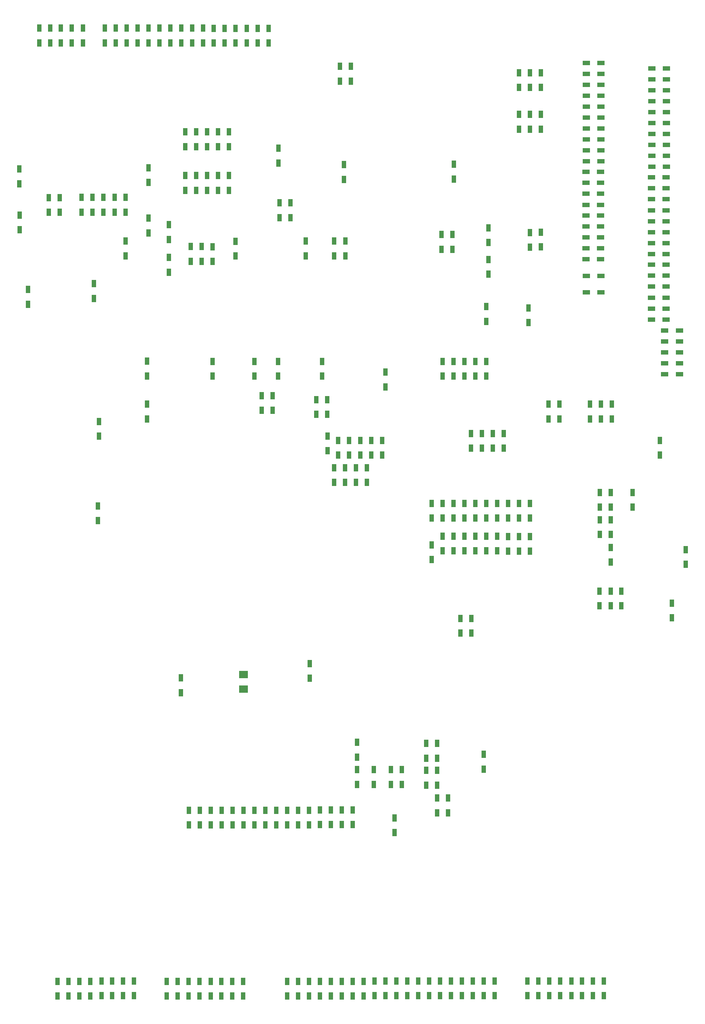
<source format=gbr>
G04 This is an RS-274x file exported by *
G04 gerbv version 2.7.0 *
G04 More information is available about gerbv at *
G04 http://gerbv.geda-project.org/ *
G04 --End of header info--*
%MOIN*%
%FSLAX36Y36*%
%IPPOS*%
G04 --Define apertures--*
%ADD10R,0.0433X0.0669*%
%ADD11R,0.0669X0.0433*%
%ADD12R,0.0827X0.0669*%
G04 --Start main section--*
G54D10*
G01X6906252Y3528126D03*
G01X6906252Y3662500D03*
G01X7006252Y3528126D03*
G01X7006252Y3662500D03*
G01X7103126Y3528126D03*
G01X7103126Y3662500D03*
G01X7203126Y3528126D03*
G01X7203126Y3662500D03*
G01X7306252Y3528126D03*
G01X7306252Y3662500D03*
G01X7506252Y3528126D03*
G01X7506252Y3662500D03*
G01X7606252Y3528126D03*
G01X7606252Y3662500D03*
G01X7706252Y3528126D03*
G01X7706252Y3662500D03*
G01X7806252Y3528126D03*
G01X7806252Y3662500D03*
G01X7906252Y3528126D03*
G01X7906252Y3662500D03*
G01X8006252Y3528126D03*
G01X8006252Y3662500D03*
G01X8106252Y3528126D03*
G01X8106252Y3662500D03*
G01X8206252Y3528126D03*
G01X8206252Y3662500D03*
G01X8306252Y3528126D03*
G01X8306252Y3662500D03*
G01X8406252Y3528126D03*
G01X8406252Y3662500D03*
G01X8503126Y3525000D03*
G01X8503126Y3659374D03*
G01X9006252Y3525000D03*
G01X9006252Y3659374D03*
G01X8906252Y3525000D03*
G01X8906252Y3659374D03*
G01X8806252Y3525000D03*
G01X8806252Y3659374D03*
G01X8703126Y3525000D03*
G01X8703126Y3659374D03*
G01X8603126Y3525000D03*
G01X8603126Y3659374D03*
G01X9659374Y3178126D03*
G01X9659374Y3312500D03*
G01X9759374Y3178126D03*
G01X9759374Y3312500D03*
G01X11300000Y3118748D03*
G01X11300000Y3253126D03*
G01X11400000Y3118748D03*
G01X11400000Y3253126D03*
G01X11500000Y3118748D03*
G01X11500000Y3253126D03*
G01X11500000Y2737500D03*
G01X11500000Y2871874D03*
G01X11400000Y2737500D03*
G01X11400000Y2871874D03*
G01X11300000Y2737500D03*
G01X11300000Y2871874D03*
G01X10703126Y2281252D03*
G01X10703126Y2415626D03*
G01X9696874Y2278126D03*
G01X9696874Y2412500D03*
G01X9096874Y2428126D03*
G01X9096874Y2562500D03*
G01X8643748Y2578126D03*
G01X8643748Y2712500D03*
G01X8543748Y2578126D03*
G01X8543748Y2712500D03*
G01X8443748Y2578126D03*
G01X8443748Y2712500D03*
G01X8343748Y2578126D03*
G01X8343748Y2712500D03*
G01X8243748Y2578126D03*
G01X8243748Y2712500D03*
G01X7906252Y2250000D03*
G01X7906252Y2384374D03*
G01X6721874Y2237500D03*
G01X6721874Y2371874D03*
G01X6803126Y1134374D03*
G01X6803126Y1268748D03*
G01X6725000Y1815626D03*
G01X6725000Y1950000D03*
G01X6993748Y1975000D03*
G01X6993748Y2109374D03*
G01X7093748Y1975000D03*
G01X7093748Y2109374D03*
G01X7293748Y1978126D03*
G01X7293748Y2112500D03*
G01X7406252Y1187500D03*
G01X7406252Y1321874D03*
G01X7696874Y1578126D03*
G01X7696874Y1712500D03*
G01X8093748Y1428126D03*
G01X8093748Y1562500D03*
G01X7906252Y1787500D03*
G01X7906252Y1921874D03*
G01X8093748Y1728126D03*
G01X8093748Y1862500D03*
G01X8293748Y1528126D03*
G01X8293748Y1662500D03*
G01X8393748Y1528126D03*
G01X8393748Y1662500D03*
G01X8493748Y1525000D03*
G01X8493748Y1659374D03*
G01X8703126Y1575000D03*
G01X8703126Y1709374D03*
G01X9346874Y1578126D03*
G01X9346874Y1712500D03*
G01X9606252Y1578126D03*
G01X9606252Y1712500D03*
G01X9206252Y1928126D03*
G01X9206252Y2062500D03*
G01X9106252Y1928126D03*
G01X9106252Y2062500D03*
G01X8643748Y2178126D03*
G01X8643748Y2312500D03*
G01X8543748Y2178126D03*
G01X8543748Y2312500D03*
G01X8243748Y2178126D03*
G01X8243748Y2312500D03*
G01X8343748Y2178126D03*
G01X8343748Y2312500D03*
G01X8443748Y2178126D03*
G01X8443748Y2312500D03*
G01X7696874Y1978126D03*
G01X7696874Y2112500D03*
G01X7393748Y1978126D03*
G01X7393748Y2112500D03*
G01X7493748Y1978126D03*
G01X7493748Y2112500D03*
G01X7596874Y1978126D03*
G01X7596874Y2112500D03*
G01X9709374Y1578126D03*
G01X9709374Y1712500D03*
G01X10590626Y1637500D03*
G01X10590626Y1771874D03*
G01X10690626Y1637500D03*
G01X10690626Y1771874D03*
G01X11018748Y1700000D03*
G01X11018748Y1834374D03*
G01X11018748Y1409374D03*
G01X11018748Y1543748D03*
G01X11000000Y0978126D03*
G01X11000000Y1112500D03*
G01X11387500Y0965626D03*
G01X11387500Y1100000D03*
G01X11400000Y1656252D03*
G01X11400000Y1790626D03*
G01X11500000Y1659374D03*
G01X11500000Y1793748D03*
G54D11*
G01X11915626Y3343752D03*
G01X12050000Y3343752D03*
G01X11915626Y3243752D03*
G01X12050000Y3243752D03*
G01X11915626Y3143752D03*
G01X12050000Y3143752D03*
G01X11915626Y3043752D03*
G01X12050000Y3043752D03*
G01X11915626Y2943752D03*
G01X12050000Y2943752D03*
G01X11915626Y2843752D03*
G01X12050000Y2843752D03*
G01X11915626Y2743752D03*
G01X12050000Y2743752D03*
G01X11915626Y2643752D03*
G01X12050000Y2643752D03*
G01X11915626Y2543752D03*
G01X12050000Y2543752D03*
G01X11915626Y2443752D03*
G01X12050000Y2443752D03*
G01X11912500Y2346874D03*
G01X12046874Y2346874D03*
G01X11912500Y1846874D03*
G01X12046874Y1846874D03*
G01X11912500Y1946874D03*
G01X12046874Y1946874D03*
G01X11912500Y2043752D03*
G01X12046874Y2043752D03*
G01X11912500Y2146874D03*
G01X12046874Y2146874D03*
G01X11912500Y2246874D03*
G01X12046874Y2246874D03*
G01X12515626Y3293752D03*
G01X12650000Y3293752D03*
G01X12515626Y3193752D03*
G01X12650000Y3193752D03*
G01X12515626Y3093752D03*
G01X12650000Y3093752D03*
G01X12515626Y2993752D03*
G01X12650000Y2993752D03*
G01X12515626Y2893752D03*
G01X12650000Y2893752D03*
G01X12515626Y2793752D03*
G01X12650000Y2793752D03*
G01X12515626Y2693752D03*
G01X12650000Y2693752D03*
G01X12515626Y2593752D03*
G01X12650000Y2593752D03*
G01X12515626Y2493752D03*
G01X12650000Y2493752D03*
G01X12515626Y2393752D03*
G01X12650000Y2393752D03*
G01X12512500Y2296874D03*
G01X12646874Y2296874D03*
G01X12512500Y1793752D03*
G01X12646874Y1793752D03*
G01X12512500Y1893752D03*
G01X12646874Y1893752D03*
G01X12512500Y1993752D03*
G01X12646874Y1993752D03*
G01X12512500Y2096874D03*
G01X12646874Y2096874D03*
G01X12512500Y2196874D03*
G01X12646874Y2196874D03*
G54D10*
G01X11000000Y0475000D03*
G01X11000000Y0609374D03*
G01X10900000Y0475000D03*
G01X10900000Y0609374D03*
G01X10800000Y0475000D03*
G01X10800000Y0609374D03*
G01X10700000Y0475000D03*
G01X10700000Y0609374D03*
G01X10600000Y0475000D03*
G01X10600000Y0609374D03*
G01X10500000Y-825000D03*
G01X10500000Y-690626D03*
G01X10600000Y-825000D03*
G01X10600000Y-690626D03*
G01X10700000Y-825000D03*
G01X10700000Y-690626D03*
G01X10800000Y-825000D03*
G01X10800000Y-690626D03*
G01X10900000Y-825000D03*
G01X10900000Y-690626D03*
G01X11000000Y-825000D03*
G01X11000000Y-690626D03*
G01X11100000Y-825000D03*
G01X11100000Y-690626D03*
G01X11200000Y-825000D03*
G01X11200000Y-690626D03*
G01X11300000Y-825000D03*
G01X11300000Y-690626D03*
G01X11400000Y-825000D03*
G01X11400000Y-690626D03*
G01X10600000Y-1125000D03*
G01X10600000Y-990626D03*
G01X10700000Y-1125000D03*
G01X10700000Y-990626D03*
G01X10800000Y-1125000D03*
G01X10800000Y-990626D03*
G01X10900000Y-1125000D03*
G01X10900000Y-990626D03*
G01X11400000Y-1128126D03*
G01X11400000Y-993748D03*
G01X11300000Y-1128126D03*
G01X11300000Y-993748D03*
G01X11200000Y-1128126D03*
G01X11200000Y-993748D03*
G01X11100000Y-1125000D03*
G01X11100000Y-990626D03*
G01X11000000Y-1125000D03*
G01X11000000Y-990626D03*
G01X8275000Y-3634374D03*
G01X8275000Y-3500000D03*
G01X8375000Y-3634374D03*
G01X8375000Y-3500000D03*
G01X8475000Y-3634374D03*
G01X8475000Y-3500000D03*
G01X8575000Y-3634374D03*
G01X8575000Y-3500000D03*
G01X8675000Y-3634374D03*
G01X8675000Y-3500000D03*
G01X8775000Y-3634374D03*
G01X8775000Y-3500000D03*
G01X8875000Y-3634374D03*
G01X8875000Y-3500000D03*
G01X8975000Y-3634374D03*
G01X8975000Y-3500000D03*
G01X9075000Y-3634374D03*
G01X9075000Y-3500000D03*
G01X9175000Y-3634374D03*
G01X9175000Y-3500000D03*
G01X9275000Y-3634374D03*
G01X9275000Y-3500000D03*
G01X9375000Y-3634374D03*
G01X9375000Y-3500000D03*
G01X9478126Y-3631252D03*
G01X9478126Y-3496874D03*
G01X9578126Y-3631252D03*
G01X9578126Y-3496874D03*
G01X9678126Y-3631252D03*
G01X9678126Y-3496874D03*
G01X9778126Y-3631252D03*
G01X9778126Y-3496874D03*
G54D11*
G01X11912500Y1546874D03*
G01X12046874Y1546874D03*
G01X11912500Y1646874D03*
G01X12046874Y1646874D03*
G01X11912500Y1746874D03*
G01X12046874Y1746874D03*
G01X12512500Y1693752D03*
G01X12646874Y1693752D03*
G01X12512500Y1593752D03*
G01X12646874Y1593752D03*
G01X12512500Y1496874D03*
G01X12646874Y1496874D03*
G01X12512500Y0993752D03*
G01X12646874Y0993752D03*
G01X12512500Y1093752D03*
G01X12646874Y1093752D03*
G01X12512500Y1193752D03*
G01X12646874Y1193752D03*
G01X12512500Y1296874D03*
G01X12646874Y1296874D03*
G01X12512500Y1396874D03*
G01X12646874Y1396874D03*
G01X12634374Y0493752D03*
G01X12768748Y0493752D03*
G01X12634374Y0593752D03*
G01X12768748Y0593752D03*
G01X12634374Y0693752D03*
G01X12768748Y0693752D03*
G01X12634374Y0793752D03*
G01X12768748Y0793752D03*
G01X12634374Y0893752D03*
G01X12768748Y0893752D03*
G01X11915626Y1393752D03*
G01X12050000Y1393752D03*
G01X11915626Y1243752D03*
G01X12050000Y1243752D03*
G54D10*
G01X10500000Y-1203126D03*
G01X10500000Y-1068748D03*
G01X10762500Y-1878126D03*
G01X10762500Y-1743748D03*
G01X10862500Y-1878126D03*
G01X10862500Y-1743748D03*
G01X8943748Y0162500D03*
G01X8943748Y0296874D03*
G01X9043748Y0162500D03*
G01X9043748Y0296874D03*
G01X9443748Y0125000D03*
G01X9443748Y0259374D03*
G01X9543748Y0125000D03*
G01X9543748Y0259374D03*
G01X11568748Y0084374D03*
G01X11568748Y0218748D03*
G01X11668748Y0084374D03*
G01X11668748Y0218748D03*
G01X11159374Y-184374D03*
G01X11159374Y-050000D03*
G01X11059374Y-184374D03*
G01X11059374Y-050000D03*
G01X10959374Y-184374D03*
G01X10959374Y-050000D03*
G01X10859374Y-184374D03*
G01X10859374Y-050000D03*
G01X12150000Y0084374D03*
G01X12150000Y0218748D03*
G01X12050000Y0084374D03*
G01X12050000Y0218748D03*
G01X11950000Y0084374D03*
G01X11950000Y0218748D03*
G01X12040626Y-725000D03*
G01X12040626Y-590626D03*
G01X12140626Y-725000D03*
G01X12140626Y-590626D03*
G01X12040626Y-975000D03*
G01X12040626Y-840626D03*
G01X12140626Y-975000D03*
G01X12140626Y-840626D03*
G01X12340626Y-725000D03*
G01X12340626Y-590626D03*
G01X12140626Y-1228126D03*
G01X12140626Y-1093748D03*
G01X12590626Y-246874D03*
G01X12590626Y-112500D03*
G01X12828126Y-1246874D03*
G01X12828126Y-1112500D03*
G01X12700000Y-1737500D03*
G01X12700000Y-1603126D03*
G01X10978126Y-3121874D03*
G01X10978126Y-2987500D03*
G01X9968748Y-3262500D03*
G01X9968748Y-3128126D03*
G01X9815626Y-3012500D03*
G01X9815626Y-2878126D03*
G01X9384374Y-2290626D03*
G01X9384374Y-2156252D03*
G01X9815626Y-3262500D03*
G01X9815626Y-3128126D03*
G01X10159374Y-3703126D03*
G01X10159374Y-3568748D03*
G01X10046874Y-246874D03*
G01X10046874Y-112500D03*
G01X9946874Y-246874D03*
G01X9946874Y-112500D03*
G01X9846874Y-246874D03*
G01X9846874Y-112500D03*
G01X9743748Y-246874D03*
G01X9743748Y-112500D03*
G01X9643748Y-246874D03*
G01X9643748Y-112500D03*
G01X9906252Y-496874D03*
G01X9906252Y-362500D03*
G01X9806252Y-496874D03*
G01X9806252Y-362500D03*
G01X9706252Y-496874D03*
G01X9706252Y-362500D03*
G01X9606252Y-496874D03*
G01X9606252Y-362500D03*
G01X9546874Y-206252D03*
G01X9546874Y-071874D03*
G01X7071874Y-5200000D03*
G01X7071874Y-5065626D03*
G01X7171874Y-5200000D03*
G01X7171874Y-5065626D03*
G01X7271874Y-5200000D03*
G01X7271874Y-5065626D03*
G01X7371874Y-5200000D03*
G01X7371874Y-5065626D03*
G01X7475000Y-5196874D03*
G01X7475000Y-5062500D03*
G01X7571874Y-5196874D03*
G01X7571874Y-5062500D03*
G01X7671874Y-5196874D03*
G01X7671874Y-5062500D03*
G01X7771874Y-5196874D03*
G01X7771874Y-5062500D03*
G01X8071874Y-5200000D03*
G01X8071874Y-5065626D03*
G01X8171874Y-5200000D03*
G01X8171874Y-5065626D03*
G01X8271874Y-5200000D03*
G01X8271874Y-5065626D03*
G01X8371874Y-5200000D03*
G01X8371874Y-5065626D03*
G01X8475000Y-5200000D03*
G01X8475000Y-5065626D03*
G01X8571874Y-5200000D03*
G01X8571874Y-5065626D03*
G01X8671874Y-5200000D03*
G01X8671874Y-5065626D03*
G01X8771874Y-5200000D03*
G01X8771874Y-5065626D03*
G01X9175000Y-5200000D03*
G01X9175000Y-5065626D03*
G01X9275000Y-5200000D03*
G01X9275000Y-5065626D03*
G01X9375000Y-5200000D03*
G01X9375000Y-5065626D03*
G01X9475000Y-5200000D03*
G01X9475000Y-5065626D03*
G01X9575000Y-5200000D03*
G01X9575000Y-5065626D03*
G01X9675000Y-5200000D03*
G01X9675000Y-5065626D03*
G01X9775000Y-5200000D03*
G01X9775000Y-5065626D03*
G01X9875000Y-5200000D03*
G01X9875000Y-5065626D03*
G01X9975000Y-5196874D03*
G01X9975000Y-5062500D03*
G01X10075000Y-5196874D03*
G01X10075000Y-5062500D03*
G01X10178126Y-5196874D03*
G01X10178126Y-5062500D03*
G01X10278126Y-5196874D03*
G01X10278126Y-5062500D03*
G01X10378126Y-5196874D03*
G01X10378126Y-5062500D03*
G01X10478126Y-5196874D03*
G01X10478126Y-5062500D03*
G01X10578126Y-5196874D03*
G01X10578126Y-5062500D03*
G01X10678126Y-5196874D03*
G01X10678126Y-5062500D03*
G01X10778126Y-5196874D03*
G01X10778126Y-5062500D03*
G01X10878126Y-5196874D03*
G01X10878126Y-5062500D03*
G01X10978126Y-5196874D03*
G01X10978126Y-5062500D03*
G01X11078126Y-5196874D03*
G01X11078126Y-5062500D03*
G01X11378126Y-5196874D03*
G01X11378126Y-5062500D03*
G01X11478126Y-5196874D03*
G01X11478126Y-5062500D03*
G01X11578126Y-5196874D03*
G01X11578126Y-5062500D03*
G01X11678126Y-5196874D03*
G01X11678126Y-5062500D03*
G01X11781252Y-5196874D03*
G01X11781252Y-5062500D03*
G01X11878126Y-5196874D03*
G01X11878126Y-5062500D03*
G01X11978126Y-5196874D03*
G01X11978126Y-5062500D03*
G01X12078126Y-5196874D03*
G01X12078126Y-5062500D03*
G01X8203126Y-2421874D03*
G01X8203126Y-2287500D03*
G01X7443748Y-846874D03*
G01X7443748Y-712500D03*
G01X7453126Y-075000D03*
G01X7453126Y0059374D03*
G01X7893748Y0084374D03*
G01X7893748Y0218748D03*
G01X7893748Y0478126D03*
G01X7893748Y0612500D03*
G01X8493748Y0475000D03*
G01X8493748Y0609374D03*
G01X8875000Y0475000D03*
G01X8875000Y0609374D03*
G01X9093748Y0475000D03*
G01X9093748Y0609374D03*
G01X9496874Y0475000D03*
G01X9496874Y0609374D03*
G01X10078126Y0378126D03*
G01X10078126Y0512500D03*
G01X12037500Y-1628126D03*
G01X12037500Y-1493748D03*
G01X12140626Y-1628126D03*
G01X12140626Y-1493748D03*
G01X12237500Y-1628126D03*
G01X12237500Y-1493748D03*
G01X10450000Y-3021874D03*
G01X10450000Y-2887500D03*
G01X10550000Y-3021874D03*
G01X10550000Y-2887500D03*
G01X10128126Y-3262500D03*
G01X10128126Y-3128126D03*
G01X10228126Y-3262500D03*
G01X10228126Y-3128126D03*
G01X10450000Y-3268748D03*
G01X10450000Y-3134374D03*
G01X10550000Y-3268748D03*
G01X10550000Y-3134374D03*
G01X10550000Y-3521874D03*
G01X10550000Y-3387500D03*
G01X10650000Y-3521874D03*
G01X10650000Y-3387500D03*
G54D12*
G01X8775004Y-2256248D03*
G01X8775000Y-2390626D03*
M02*

</source>
